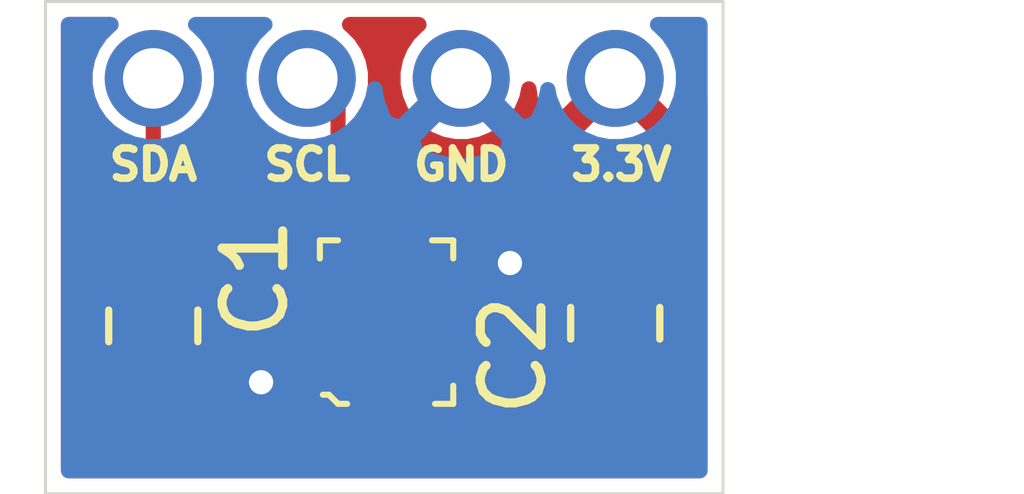
<source format=kicad_pcb>
(kicad_pcb (version 20171130) (host pcbnew "(5.1.8)-1")

  (general
    (thickness 1.6)
    (drawings 8)
    (tracks 32)
    (zones 0)
    (modules 4)
    (nets 5)
  )

  (page A4)
  (layers
    (0 F.Cu signal)
    (31 B.Cu signal)
    (32 B.Adhes user)
    (33 F.Adhes user)
    (34 B.Paste user)
    (35 F.Paste user)
    (36 B.SilkS user)
    (37 F.SilkS user)
    (38 B.Mask user)
    (39 F.Mask user)
    (40 Dwgs.User user)
    (41 Cmts.User user)
    (42 Eco1.User user)
    (43 Eco2.User user)
    (44 Edge.Cuts user)
    (45 Margin user)
    (46 B.CrtYd user)
    (47 F.CrtYd user)
    (48 B.Fab user)
    (49 F.Fab user)
  )

  (setup
    (last_trace_width 0.25)
    (trace_clearance 0.2)
    (zone_clearance 0.175)
    (zone_45_only no)
    (trace_min 0.2)
    (via_size 0.8)
    (via_drill 0.4)
    (via_min_size 0.4)
    (via_min_drill 0.3)
    (uvia_size 0.3)
    (uvia_drill 0.1)
    (uvias_allowed no)
    (uvia_min_size 0.2)
    (uvia_min_drill 0.1)
    (edge_width 0.05)
    (segment_width 0.2)
    (pcb_text_width 0.3)
    (pcb_text_size 1.5 1.5)
    (mod_edge_width 0.12)
    (mod_text_size 1 1)
    (mod_text_width 0.15)
    (pad_size 1.524 1.524)
    (pad_drill 0.762)
    (pad_to_mask_clearance 0)
    (aux_axis_origin 0 0)
    (visible_elements 7FFFFFFF)
    (pcbplotparams
      (layerselection 0x010fc_ffffffff)
      (usegerberextensions false)
      (usegerberattributes true)
      (usegerberadvancedattributes true)
      (creategerberjobfile true)
      (excludeedgelayer true)
      (linewidth 0.100000)
      (plotframeref false)
      (viasonmask false)
      (mode 1)
      (useauxorigin false)
      (hpglpennumber 1)
      (hpglpenspeed 20)
      (hpglpendiameter 15.000000)
      (psnegative false)
      (psa4output false)
      (plotreference true)
      (plotvalue true)
      (plotinvisibletext false)
      (padsonsilk false)
      (subtractmaskfromsilk false)
      (outputformat 1)
      (mirror false)
      (drillshape 0)
      (scaleselection 1)
      (outputdirectory "../../"))
  )

  (net 0 "")
  (net 1 GND)
  (net 2 +3V3)
  (net 3 /SDA)
  (net 4 /SCL)

  (net_class Default "This is the default net class."
    (clearance 0.2)
    (trace_width 0.25)
    (via_dia 0.8)
    (via_drill 0.4)
    (uvia_dia 0.3)
    (uvia_drill 0.1)
    (add_net +3V3)
    (add_net /SCL)
    (add_net /SDA)
    (add_net GND)
  )

  (module digikey-footprints:LGA-8_2x2.5mm_BMP280 (layer F.Cu) (tedit 5D2891ED) (tstamp 5FF4473C)
    (at 147.612 105.623 180)
    (path /5FF5B94F)
    (attr smd)
    (fp_text reference U1 (at 0.038 -2.073) (layer F.SilkS) hide
      (effects (font (size 1 1) (thickness 0.15)))
    )
    (fp_text value BMP280 (at 0 2.46) (layer F.Fab)
      (effects (font (size 1 1) (thickness 0.15)))
    )
    (fp_line (start -1 1.25) (end -1 -1.25) (layer F.Fab) (width 0.1))
    (fp_line (start 1 1.25) (end -1 1.25) (layer F.Fab) (width 0.1))
    (fp_line (start -1.1 -1.35) (end -0.8 -1.35) (layer F.SilkS) (width 0.1))
    (fp_line (start -1.1 -1.35) (end -1.1 -1.05) (layer F.SilkS) (width 0.1))
    (fp_line (start 1.1 1.35) (end 0.8 1.35) (layer F.SilkS) (width 0.1))
    (fp_line (start 1.1 1.35) (end 1.1 1.05) (layer F.SilkS) (width 0.1))
    (fp_line (start -1.1 1.35) (end -1.1 1.05) (layer F.SilkS) (width 0.1))
    (fp_line (start -1.1 1.35) (end -0.75 1.35) (layer F.SilkS) (width 0.1))
    (fp_line (start 1 -1) (end 0.75 -1.25) (layer F.Fab) (width 0.1))
    (fp_line (start 0.75 -1.25) (end -1 -1.25) (layer F.Fab) (width 0.1))
    (fp_line (start 1 -1) (end 1 1.25) (layer F.Fab) (width 0.1))
    (fp_line (start 0.95 -1.2) (end 1.05 -1.2) (layer F.SilkS) (width 0.1))
    (fp_line (start 0.8 -1.35) (end 0.95 -1.2) (layer F.SilkS) (width 0.1))
    (fp_line (start 0.65 -1.35) (end 0.8 -1.35) (layer F.SilkS) (width 0.1))
    (fp_line (start 1.25 -1.5) (end -1.25 -1.5) (layer F.CrtYd) (width 0.05))
    (fp_line (start 1.25 1.5) (end -1.25 1.5) (layer F.CrtYd) (width 0.05))
    (fp_line (start 1.25 -1.5) (end 1.25 1.5) (layer F.CrtYd) (width 0.05))
    (fp_line (start -1.25 1.5) (end -1.25 -1.5) (layer F.CrtYd) (width 0.05))
    (fp_text user %R (at 0 0) (layer F.Fab)
      (effects (font (size 0.4 0.4) (thickness 0.04)))
    )
    (pad 8 smd rect (at -0.8 -0.975 180) (size 0.5 0.35) (layers F.Cu F.Paste F.Mask)
      (net 2 +3V3))
    (pad 7 smd rect (at -0.8 -0.325 180) (size 0.5 0.35) (layers F.Cu F.Paste F.Mask)
      (net 1 GND))
    (pad 6 smd rect (at -0.8 0.325 180) (size 0.5 0.35) (layers F.Cu F.Paste F.Mask)
      (net 2 +3V3))
    (pad 5 smd rect (at -0.8 0.975 180) (size 0.5 0.35) (layers F.Cu F.Paste F.Mask)
      (net 1 GND))
    (pad 4 smd rect (at 0.8 0.975 180) (size 0.5 0.35) (layers F.Cu F.Paste F.Mask)
      (net 4 /SCL))
    (pad 3 smd rect (at 0.8 0.325 180) (size 0.5 0.35) (layers F.Cu F.Paste F.Mask)
      (net 3 /SDA))
    (pad 2 smd rect (at 0.8 -0.325 180) (size 0.5 0.35) (layers F.Cu F.Paste F.Mask)
      (net 2 +3V3))
    (pad 1 smd rect (at 0.8 -0.975 180) (size 0.5 0.35) (layers F.Cu F.Paste F.Mask)
      (net 1 GND))
  )

  (module DAD_BMP280_breakout:Baro_4pin_connector (layer F.Cu) (tedit 5FF3E5C5) (tstamp 5FF4471D)
    (at 151.384 101.6 180)
    (path /5FF93848)
    (fp_text reference J1 (at -3.429 -1.524) (layer F.SilkS) hide
      (effects (font (size 1 1) (thickness 0.15)))
    )
    (fp_text value Conn_01x04_Male (at 0 -5.08 180) (layer F.Fab)
      (effects (font (size 1 1) (thickness 0.15)))
    )
    (pad 1 thru_hole circle (at 0 0 180) (size 1.6 1.6) (drill 1) (layers *.Cu *.Mask)
      (net 2 +3V3))
    (pad 2 thru_hole circle (at 2.54 0 180) (size 1.6 1.6) (drill 1) (layers *.Cu *.Mask)
      (net 1 GND))
    (pad 3 thru_hole circle (at 5.08 0 180) (size 1.6 1.6) (drill 1) (layers *.Cu *.Mask)
      (net 4 /SCL))
    (pad 4 thru_hole circle (at 7.62 0 180) (size 1.6 1.6) (drill 1) (layers *.Cu *.Mask)
      (net 3 /SDA))
  )

  (module Capacitor_SMD:C_0805_2012Metric_Pad1.18x1.45mm_HandSolder (layer F.Cu) (tedit 5F68FEEF) (tstamp 5FF44FC4)
    (at 151.384 105.6425 90)
    (descr "Capacitor SMD 0805 (2012 Metric), square (rectangular) end terminal, IPC_7351 nominal with elongated pad for handsoldering. (Body size source: IPC-SM-782 page 76, https://www.pcb-3d.com/wordpress/wp-content/uploads/ipc-sm-782a_amendment_1_and_2.pdf, https://docs.google.com/spreadsheets/d/1BsfQQcO9C6DZCsRaXUlFlo91Tg2WpOkGARC1WS5S8t0/edit?usp=sharing), generated with kicad-footprint-generator")
    (tags "capacitor handsolder")
    (path /5FF6A6C3)
    (attr smd)
    (fp_text reference C2 (at -0.5295 -1.68 90) (layer F.SilkS)
      (effects (font (size 1 1) (thickness 0.15)))
    )
    (fp_text value 100nF (at 0 1.68 90) (layer F.Fab)
      (effects (font (size 1 1) (thickness 0.15)))
    )
    (fp_line (start 1.88 0.98) (end -1.88 0.98) (layer F.CrtYd) (width 0.05))
    (fp_line (start 1.88 -0.98) (end 1.88 0.98) (layer F.CrtYd) (width 0.05))
    (fp_line (start -1.88 -0.98) (end 1.88 -0.98) (layer F.CrtYd) (width 0.05))
    (fp_line (start -1.88 0.98) (end -1.88 -0.98) (layer F.CrtYd) (width 0.05))
    (fp_line (start -0.261252 0.735) (end 0.261252 0.735) (layer F.SilkS) (width 0.12))
    (fp_line (start -0.261252 -0.735) (end 0.261252 -0.735) (layer F.SilkS) (width 0.12))
    (fp_line (start 1 0.625) (end -1 0.625) (layer F.Fab) (width 0.1))
    (fp_line (start 1 -0.625) (end 1 0.625) (layer F.Fab) (width 0.1))
    (fp_line (start -1 -0.625) (end 1 -0.625) (layer F.Fab) (width 0.1))
    (fp_line (start -1 0.625) (end -1 -0.625) (layer F.Fab) (width 0.1))
    (fp_text user %R (at 0 0 90) (layer F.Fab)
      (effects (font (size 0.5 0.5) (thickness 0.08)))
    )
    (pad 2 smd roundrect (at 1.0375 0 90) (size 1.175 1.45) (layers F.Cu F.Paste F.Mask) (roundrect_rratio 0.2127659574468085)
      (net 1 GND))
    (pad 1 smd roundrect (at -1.0375 0 90) (size 1.175 1.45) (layers F.Cu F.Paste F.Mask) (roundrect_rratio 0.2127659574468085)
      (net 2 +3V3))
    (model ${KISYS3DMOD}/Capacitor_SMD.3dshapes/C_0805_2012Metric.wrl
      (at (xyz 0 0 0))
      (scale (xyz 1 1 1))
      (rotate (xyz 0 0 0))
    )
  )

  (module Capacitor_SMD:C_0805_2012Metric_Pad1.18x1.45mm_HandSolder (layer F.Cu) (tedit 5F68FEEF) (tstamp 5FF44704)
    (at 143.764 105.6855 270)
    (descr "Capacitor SMD 0805 (2012 Metric), square (rectangular) end terminal, IPC_7351 nominal with elongated pad for handsoldering. (Body size source: IPC-SM-782 page 76, https://www.pcb-3d.com/wordpress/wp-content/uploads/ipc-sm-782a_amendment_1_and_2.pdf, https://docs.google.com/spreadsheets/d/1BsfQQcO9C6DZCsRaXUlFlo91Tg2WpOkGARC1WS5S8t0/edit?usp=sharing), generated with kicad-footprint-generator")
    (tags "capacitor handsolder")
    (path /5FF67BD7)
    (attr smd)
    (fp_text reference C1 (at -0.7835 -1.68 90) (layer F.SilkS)
      (effects (font (size 1 1) (thickness 0.15)))
    )
    (fp_text value 100nF (at 0 1.68 90) (layer F.Fab)
      (effects (font (size 1 1) (thickness 0.15)))
    )
    (fp_line (start 1.88 0.98) (end -1.88 0.98) (layer F.CrtYd) (width 0.05))
    (fp_line (start 1.88 -0.98) (end 1.88 0.98) (layer F.CrtYd) (width 0.05))
    (fp_line (start -1.88 -0.98) (end 1.88 -0.98) (layer F.CrtYd) (width 0.05))
    (fp_line (start -1.88 0.98) (end -1.88 -0.98) (layer F.CrtYd) (width 0.05))
    (fp_line (start -0.261252 0.735) (end 0.261252 0.735) (layer F.SilkS) (width 0.12))
    (fp_line (start -0.261252 -0.735) (end 0.261252 -0.735) (layer F.SilkS) (width 0.12))
    (fp_line (start 1 0.625) (end -1 0.625) (layer F.Fab) (width 0.1))
    (fp_line (start 1 -0.625) (end 1 0.625) (layer F.Fab) (width 0.1))
    (fp_line (start -1 -0.625) (end 1 -0.625) (layer F.Fab) (width 0.1))
    (fp_line (start -1 0.625) (end -1 -0.625) (layer F.Fab) (width 0.1))
    (fp_text user %R (at 0 0 90) (layer F.Fab)
      (effects (font (size 0.5 0.5) (thickness 0.08)))
    )
    (pad 2 smd roundrect (at 1.0375 0 270) (size 1.175 1.45) (layers F.Cu F.Paste F.Mask) (roundrect_rratio 0.2127659574468085)
      (net 1 GND))
    (pad 1 smd roundrect (at -1.0375 0 270) (size 1.175 1.45) (layers F.Cu F.Paste F.Mask) (roundrect_rratio 0.2127659574468085)
      (net 2 +3V3))
    (model ${KISYS3DMOD}/Capacitor_SMD.3dshapes/C_0805_2012Metric.wrl
      (at (xyz 0 0 0))
      (scale (xyz 1 1 1))
      (rotate (xyz 0 0 0))
    )
  )

  (gr_text SDA (at 143.764 103.0224) (layer F.SilkS)
    (effects (font (size 0.5 0.5) (thickness 0.125)))
  )
  (gr_text SCL (at 146.304 103.0224) (layer F.SilkS)
    (effects (font (size 0.5 0.5) (thickness 0.125)))
  )
  (gr_text GND (at 148.844 103.0224) (layer F.SilkS)
    (effects (font (size 0.5 0.5) (thickness 0.125)))
  )
  (gr_text 3.3V (at 151.4856 103.0224) (layer F.SilkS)
    (effects (font (size 0.5 0.5) (thickness 0.125)))
  )
  (gr_line (start 141.986 100.33) (end 153.162 100.33) (layer Edge.Cuts) (width 0.05) (tstamp 5FF453C5))
  (gr_line (start 141.986 108.458) (end 141.986 100.33) (layer Edge.Cuts) (width 0.05))
  (gr_line (start 153.162 108.458) (end 141.986 108.458) (layer Edge.Cuts) (width 0.05))
  (gr_line (start 153.162 100.33) (end 153.162 108.458) (layer Edge.Cuts) (width 0.05))

  (via (at 145.542 106.6165) (size 0.8) (drill 0.4) (layers F.Cu B.Cu) (net 1))
  (segment (start 145.5605 106.598) (end 145.542 106.6165) (width 0.25) (layer F.Cu) (net 1))
  (segment (start 146.812 106.598) (end 145.5605 106.598) (width 0.25) (layer F.Cu) (net 1))
  (segment (start 145.4355 106.723) (end 145.542 106.6165) (width 0.25) (layer F.Cu) (net 1))
  (segment (start 143.764 106.723) (end 145.4355 106.723) (width 0.25) (layer F.Cu) (net 1))
  (via (at 149.647648 104.648) (size 0.8) (drill 0.4) (layers F.Cu B.Cu) (net 1))
  (segment (start 149.762643 104.605) (end 149.647648 104.719995) (width 0.25) (layer F.Cu) (net 1))
  (segment (start 151.384 104.605) (end 149.762643 104.605) (width 0.25) (layer F.Cu) (net 1))
  (segment (start 149.575653 104.648) (end 149.647648 104.719995) (width 0.25) (layer F.Cu) (net 1))
  (segment (start 148.412 104.648) (end 149.575653 104.648) (width 0.25) (layer F.Cu) (net 1))
  (segment (start 149.66001 104.732357) (end 149.647648 104.719995) (width 0.25) (layer F.Cu) (net 1))
  (segment (start 149.66001 105.4844) (end 149.66001 104.732357) (width 0.25) (layer F.Cu) (net 1))
  (segment (start 149.19641 105.948) (end 149.66001 105.4844) (width 0.25) (layer F.Cu) (net 1))
  (segment (start 148.412 105.948) (end 149.19641 105.948) (width 0.25) (layer F.Cu) (net 1))
  (segment (start 146.812 105.948) (end 146.08 105.948) (width 0.25) (layer F.Cu) (net 2))
  (segment (start 147.172002 105.948) (end 146.812 105.948) (width 0.25) (layer F.Cu) (net 2))
  (segment (start 147.822002 105.298) (end 147.172002 105.948) (width 0.25) (layer F.Cu) (net 2))
  (segment (start 148.412 105.298) (end 147.822002 105.298) (width 0.25) (layer F.Cu) (net 2))
  (segment (start 146.08 105.948) (end 145.669 105.537) (width 0.25) (layer F.Cu) (net 2))
  (segment (start 147.836999 105.373001) (end 147.836999 106.371499) (width 0.25) (layer F.Cu) (net 2))
  (segment (start 147.912 105.298) (end 147.836999 105.373001) (width 0.25) (layer F.Cu) (net 2))
  (segment (start 148.412 105.298) (end 147.912 105.298) (width 0.25) (layer F.Cu) (net 2))
  (segment (start 147.836999 106.371499) (end 148.336 106.8705) (width 0.25) (layer F.Cu) (net 2))
  (segment (start 148.412 106.7945) (end 148.336 106.8705) (width 0.25) (layer F.Cu) (net 2))
  (segment (start 148.412 106.598) (end 148.412 106.7945) (width 0.25) (layer F.Cu) (net 2))
  (segment (start 144.653 105.537) (end 143.764 104.648) (width 0.25) (layer F.Cu) (net 2))
  (segment (start 145.669 105.537) (end 144.653 105.537) (width 0.25) (layer F.Cu) (net 2))
  (segment (start 143.764 102.75) (end 143.764 101.6) (width 0.25) (layer F.Cu) (net 3))
  (segment (start 146.312 105.298) (end 143.764 102.75) (width 0.25) (layer F.Cu) (net 3))
  (segment (start 146.812 105.298) (end 146.312 105.298) (width 0.25) (layer F.Cu) (net 3))
  (segment (start 146.812 102.108) (end 146.304 101.6) (width 0.25) (layer F.Cu) (net 4))
  (segment (start 146.812 104.648) (end 146.812 102.108) (width 0.25) (layer F.Cu) (net 4))

  (zone (net 2) (net_name +3V3) (layer F.Cu) (tstamp 5FF4563E) (hatch edge 0.508)
    (connect_pads (clearance 0.175))
    (min_thickness 0.254)
    (fill yes (arc_segments 32) (thermal_gap 0.508) (thermal_bridge_width 0.508))
    (polygon
      (pts
        (xy 152.908 108.204) (xy 142.24 108.204) (xy 142.24 100.584) (xy 152.908 100.584)
      )
    )
    (filled_polygon
      (pts
        (xy 143.045579 100.724602) (xy 142.888602 100.881579) (xy 142.765266 101.066165) (xy 142.68031 101.271266) (xy 142.637 101.489)
        (xy 142.637 101.711) (xy 142.68031 101.928734) (xy 142.765266 102.133835) (xy 142.888602 102.318421) (xy 143.045579 102.475398)
        (xy 143.230165 102.598734) (xy 143.312 102.632631) (xy 143.312 102.727795) (xy 143.309813 102.75) (xy 143.312 102.772204)
        (xy 143.31854 102.838606) (xy 143.344386 102.923809) (xy 143.386357 103.002332) (xy 143.442841 103.071159) (xy 143.4601 103.085323)
        (xy 143.925013 103.550237) (xy 143.891 103.58425) (xy 143.891 104.521) (xy 143.911 104.521) (xy 143.911 104.775)
        (xy 143.891 104.775) (xy 143.891 104.795) (xy 143.637 104.795) (xy 143.637 104.775) (xy 142.56275 104.775)
        (xy 142.404 104.93375) (xy 142.400928 105.2355) (xy 142.413188 105.359982) (xy 142.449498 105.47968) (xy 142.508463 105.589994)
        (xy 142.587815 105.686685) (xy 142.684506 105.766037) (xy 142.79482 105.825002) (xy 142.914518 105.861312) (xy 143.027417 105.872431)
        (xy 142.967557 105.904427) (xy 142.879881 105.976381) (xy 142.807927 106.064057) (xy 142.75446 106.164086) (xy 142.721535 106.272624)
        (xy 142.710418 106.3855) (xy 142.710418 107.0605) (xy 142.721535 107.173376) (xy 142.75446 107.281914) (xy 142.807927 107.381943)
        (xy 142.879881 107.469619) (xy 142.967557 107.541573) (xy 143.067586 107.59504) (xy 143.176124 107.627965) (xy 143.289 107.639082)
        (xy 144.239 107.639082) (xy 144.351876 107.627965) (xy 144.460414 107.59504) (xy 144.560443 107.541573) (xy 144.648119 107.469619)
        (xy 144.720073 107.381943) (xy 144.77354 107.281914) (xy 144.805972 107.175) (xy 145.072366 107.175) (xy 145.078564 107.181198)
        (xy 145.197636 107.260759) (xy 145.329942 107.315562) (xy 145.470397 107.3435) (xy 145.613603 107.3435) (xy 145.754058 107.315562)
        (xy 145.886364 107.260759) (xy 146.005436 107.181198) (xy 146.106698 107.079936) (xy 146.126701 107.05) (xy 146.386548 107.05)
        (xy 146.436257 107.07657) (xy 146.497897 107.095268) (xy 146.562 107.101582) (xy 147.062 107.101582) (xy 147.126103 107.095268)
        (xy 147.187743 107.07657) (xy 147.24455 107.046206) (xy 147.294343 107.005343) (xy 147.335206 106.95555) (xy 147.36557 106.898743)
        (xy 147.384268 106.837103) (xy 147.387454 106.80475) (xy 147.527 106.80475) (xy 147.539914 106.914932) (xy 147.579557 107.033568)
        (xy 147.641583 107.14219) (xy 147.723608 107.236625) (xy 147.82248 107.313243) (xy 147.9344 107.369099) (xy 148.055066 107.402048)
        (xy 148.13025 107.408) (xy 148.289 107.24925) (xy 148.289 106.646) (xy 148.535 106.646) (xy 148.535 107.24925)
        (xy 148.69375 107.408) (xy 148.768934 107.402048) (xy 148.8896 107.369099) (xy 149.00152 107.313243) (xy 149.060549 107.2675)
        (xy 150.020928 107.2675) (xy 150.033188 107.391982) (xy 150.069498 107.51168) (xy 150.128463 107.621994) (xy 150.207815 107.718685)
        (xy 150.304506 107.798037) (xy 150.41482 107.857002) (xy 150.534518 107.893312) (xy 150.659 107.905572) (xy 151.09825 107.9025)
        (xy 151.257 107.74375) (xy 151.257 106.807) (xy 151.511 106.807) (xy 151.511 107.74375) (xy 151.66975 107.9025)
        (xy 152.109 107.905572) (xy 152.233482 107.893312) (xy 152.35318 107.857002) (xy 152.463494 107.798037) (xy 152.560185 107.718685)
        (xy 152.639537 107.621994) (xy 152.698502 107.51168) (xy 152.734812 107.391982) (xy 152.747072 107.2675) (xy 152.744 106.96575)
        (xy 152.58525 106.807) (xy 151.511 106.807) (xy 151.257 106.807) (xy 150.18275 106.807) (xy 150.024 106.96575)
        (xy 150.020928 107.2675) (xy 149.060549 107.2675) (xy 149.100392 107.236625) (xy 149.182417 107.14219) (xy 149.244443 107.033568)
        (xy 149.284086 106.914932) (xy 149.297 106.80475) (xy 149.13825 106.646) (xy 148.535 106.646) (xy 148.289 106.646)
        (xy 147.68575 106.646) (xy 147.527 106.80475) (xy 147.387454 106.80475) (xy 147.390582 106.773) (xy 147.390582 106.668702)
        (xy 147.40152 106.663243) (xy 147.500392 106.586625) (xy 147.582417 106.49219) (xy 147.598963 106.463213) (xy 147.68575 106.55)
        (xy 148.289 106.55) (xy 148.289 106.451582) (xy 148.535 106.451582) (xy 148.535 106.55) (xy 149.13825 106.55)
        (xy 149.297 106.39125) (xy 149.296839 106.389874) (xy 149.37022 106.367614) (xy 149.448743 106.325643) (xy 149.517569 106.269159)
        (xy 149.531733 106.2519) (xy 149.963921 105.819714) (xy 149.981169 105.805559) (xy 150.037653 105.736733) (xy 150.079624 105.65821)
        (xy 150.10547 105.573007) (xy 150.11201 105.506605) (xy 150.11201 105.506604) (xy 150.114197 105.484401) (xy 150.11201 105.462196)
        (xy 150.11201 105.211772) (xy 150.212346 105.111436) (xy 150.248719 105.057) (xy 150.342028 105.057) (xy 150.37446 105.163914)
        (xy 150.427927 105.263943) (xy 150.499881 105.351619) (xy 150.587557 105.423573) (xy 150.647417 105.455569) (xy 150.534518 105.466688)
        (xy 150.41482 105.502998) (xy 150.304506 105.561963) (xy 150.207815 105.641315) (xy 150.128463 105.738006) (xy 150.069498 105.84832)
        (xy 150.033188 105.968018) (xy 150.020928 106.0925) (xy 150.024 106.39425) (xy 150.18275 106.553) (xy 151.257 106.553)
        (xy 151.257 106.533) (xy 151.511 106.533) (xy 151.511 106.553) (xy 152.58525 106.553) (xy 152.744 106.39425)
        (xy 152.747072 106.0925) (xy 152.734812 105.968018) (xy 152.698502 105.84832) (xy 152.639537 105.738006) (xy 152.560185 105.641315)
        (xy 152.463494 105.561963) (xy 152.35318 105.502998) (xy 152.233482 105.466688) (xy 152.120583 105.455569) (xy 152.180443 105.423573)
        (xy 152.268119 105.351619) (xy 152.340073 105.263943) (xy 152.39354 105.163914) (xy 152.426465 105.055376) (xy 152.437582 104.9425)
        (xy 152.437582 104.2675) (xy 152.426465 104.154624) (xy 152.39354 104.046086) (xy 152.340073 103.946057) (xy 152.268119 103.858381)
        (xy 152.180443 103.786427) (xy 152.080414 103.73296) (xy 151.971876 103.700035) (xy 151.859 103.688918) (xy 150.909 103.688918)
        (xy 150.796124 103.700035) (xy 150.687586 103.73296) (xy 150.587557 103.786427) (xy 150.499881 103.858381) (xy 150.427927 103.946057)
        (xy 150.37446 104.046086) (xy 150.342028 104.153) (xy 150.180782 104.153) (xy 150.111084 104.083302) (xy 149.992012 104.003741)
        (xy 149.859706 103.948938) (xy 149.719251 103.921) (xy 149.576045 103.921) (xy 149.43559 103.948938) (xy 149.303284 104.003741)
        (xy 149.184212 104.083302) (xy 149.08295 104.184564) (xy 149.075309 104.196) (xy 148.837452 104.196) (xy 148.787743 104.16943)
        (xy 148.726103 104.150732) (xy 148.662 104.144418) (xy 148.162 104.144418) (xy 148.097897 104.150732) (xy 148.036257 104.16943)
        (xy 147.97945 104.199794) (xy 147.929657 104.240657) (xy 147.888794 104.29045) (xy 147.85843 104.347257) (xy 147.839732 104.408897)
        (xy 147.833418 104.473) (xy 147.833418 104.577298) (xy 147.82248 104.582757) (xy 147.723608 104.659375) (xy 147.641583 104.75381)
        (xy 147.579557 104.862432) (xy 147.539914 104.981068) (xy 147.527 105.09125) (xy 147.68575 105.25) (xy 148.289 105.25)
        (xy 148.289 105.151582) (xy 148.535 105.151582) (xy 148.535 105.25) (xy 148.559 105.25) (xy 148.559 105.346)
        (xy 148.535 105.346) (xy 148.535 105.444418) (xy 148.289 105.444418) (xy 148.289 105.346) (xy 147.68575 105.346)
        (xy 147.598963 105.432787) (xy 147.582417 105.40381) (xy 147.500392 105.309375) (xy 147.40152 105.232757) (xy 147.390582 105.227298)
        (xy 147.390582 105.123) (xy 147.384268 105.058897) (xy 147.36557 104.997257) (xy 147.352604 104.973) (xy 147.36557 104.948743)
        (xy 147.384268 104.887103) (xy 147.390582 104.823) (xy 147.390582 104.473) (xy 147.384268 104.408897) (xy 147.36557 104.347257)
        (xy 147.335206 104.29045) (xy 147.294343 104.240657) (xy 147.264 104.215756) (xy 147.264 102.191805) (xy 147.302734 102.133835)
        (xy 147.38769 101.928734) (xy 147.431 101.711) (xy 147.431 101.489) (xy 147.38769 101.271266) (xy 147.302734 101.066165)
        (xy 147.179398 100.881579) (xy 147.022421 100.724602) (xy 147.002064 100.711) (xy 148.145936 100.711) (xy 148.125579 100.724602)
        (xy 147.968602 100.881579) (xy 147.845266 101.066165) (xy 147.76031 101.271266) (xy 147.717 101.489) (xy 147.717 101.711)
        (xy 147.76031 101.928734) (xy 147.845266 102.133835) (xy 147.968602 102.318421) (xy 148.125579 102.475398) (xy 148.310165 102.598734)
        (xy 148.515266 102.68369) (xy 148.733 102.727) (xy 148.955 102.727) (xy 149.172734 102.68369) (xy 149.377835 102.598734)
        (xy 149.386862 102.592702) (xy 150.570903 102.592702) (xy 150.642486 102.836671) (xy 150.897996 102.957571) (xy 151.172184 103.0263)
        (xy 151.454512 103.040217) (xy 151.73413 102.998787) (xy 152.000292 102.903603) (xy 152.125514 102.836671) (xy 152.197097 102.592702)
        (xy 151.384 101.779605) (xy 150.570903 102.592702) (xy 149.386862 102.592702) (xy 149.562421 102.475398) (xy 149.719398 102.318421)
        (xy 149.842734 102.133835) (xy 149.92769 101.928734) (xy 149.95884 101.772133) (xy 149.985213 101.95013) (xy 150.080397 102.216292)
        (xy 150.147329 102.341514) (xy 150.391298 102.413097) (xy 151.204395 101.6) (xy 151.190253 101.585858) (xy 151.369858 101.406253)
        (xy 151.384 101.420395) (xy 151.398143 101.406253) (xy 151.577748 101.585858) (xy 151.563605 101.6) (xy 152.376702 102.413097)
        (xy 152.620671 102.341514) (xy 152.741571 102.086004) (xy 152.781 101.928706) (xy 152.781 108.077) (xy 142.367 108.077)
        (xy 142.367 104.0605) (xy 142.400928 104.0605) (xy 142.404 104.36225) (xy 142.56275 104.521) (xy 143.637 104.521)
        (xy 143.637 103.58425) (xy 143.47825 103.4255) (xy 143.039 103.422428) (xy 142.914518 103.434688) (xy 142.79482 103.470998)
        (xy 142.684506 103.529963) (xy 142.587815 103.609315) (xy 142.508463 103.706006) (xy 142.449498 103.81632) (xy 142.413188 103.936018)
        (xy 142.400928 104.0605) (xy 142.367 104.0605) (xy 142.367 100.711) (xy 143.065936 100.711)
      )
    )
    (filled_polygon
      (pts
        (xy 145.956427 105.581652) (xy 145.939914 105.631068) (xy 145.927 105.74125) (xy 146.08575 105.9) (xy 146.689 105.9)
        (xy 146.689 105.801582) (xy 146.935 105.801582) (xy 146.935 105.9) (xy 147.53825 105.9) (xy 147.625037 105.813213)
        (xy 147.641583 105.84219) (xy 147.723608 105.936625) (xy 147.738287 105.948) (xy 147.723608 105.959375) (xy 147.641583 106.05381)
        (xy 147.625037 106.082787) (xy 147.53825 105.996) (xy 146.935 105.996) (xy 146.935 106.094418) (xy 146.689 106.094418)
        (xy 146.689 105.996) (xy 146.08575 105.996) (xy 146.017692 106.064058) (xy 146.005436 106.051802) (xy 145.886364 105.972241)
        (xy 145.754058 105.917438) (xy 145.613603 105.8895) (xy 145.470397 105.8895) (xy 145.329942 105.917438) (xy 145.197636 105.972241)
        (xy 145.078564 106.051802) (xy 144.977302 106.153064) (xy 144.8985 106.271) (xy 144.805972 106.271) (xy 144.77354 106.164086)
        (xy 144.720073 106.064057) (xy 144.648119 105.976381) (xy 144.560443 105.904427) (xy 144.500583 105.872431) (xy 144.613482 105.861312)
        (xy 144.73318 105.825002) (xy 144.843494 105.766037) (xy 144.940185 105.686685) (xy 145.019537 105.589994) (xy 145.078502 105.47968)
        (xy 145.114812 105.359982) (xy 145.127072 105.2355) (xy 145.124 104.93375) (xy 144.965252 104.775002) (xy 145.124 104.775002)
        (xy 145.124 104.749224)
      )
    )
  )
  (zone (net 1) (net_name GND) (layer B.Cu) (tstamp 5FF4563B) (hatch edge 0.508)
    (connect_pads (clearance 0.175))
    (min_thickness 0.254)
    (fill yes (arc_segments 32) (thermal_gap 0.508) (thermal_bridge_width 0.508))
    (polygon
      (pts
        (xy 152.908 108.204) (xy 142.24 108.204) (xy 142.24 100.584) (xy 152.908 100.584)
      )
    )
    (filled_polygon
      (pts
        (xy 143.045579 100.724602) (xy 142.888602 100.881579) (xy 142.765266 101.066165) (xy 142.68031 101.271266) (xy 142.637 101.489)
        (xy 142.637 101.711) (xy 142.68031 101.928734) (xy 142.765266 102.133835) (xy 142.888602 102.318421) (xy 143.045579 102.475398)
        (xy 143.230165 102.598734) (xy 143.435266 102.68369) (xy 143.653 102.727) (xy 143.875 102.727) (xy 144.092734 102.68369)
        (xy 144.297835 102.598734) (xy 144.482421 102.475398) (xy 144.639398 102.318421) (xy 144.762734 102.133835) (xy 144.84769 101.928734)
        (xy 144.891 101.711) (xy 144.891 101.489) (xy 144.84769 101.271266) (xy 144.762734 101.066165) (xy 144.639398 100.881579)
        (xy 144.482421 100.724602) (xy 144.462064 100.711) (xy 145.605936 100.711) (xy 145.585579 100.724602) (xy 145.428602 100.881579)
        (xy 145.305266 101.066165) (xy 145.22031 101.271266) (xy 145.177 101.489) (xy 145.177 101.711) (xy 145.22031 101.928734)
        (xy 145.305266 102.133835) (xy 145.428602 102.318421) (xy 145.585579 102.475398) (xy 145.770165 102.598734) (xy 145.975266 102.68369)
        (xy 146.193 102.727) (xy 146.415 102.727) (xy 146.632734 102.68369) (xy 146.837835 102.598734) (xy 146.846862 102.592702)
        (xy 148.030903 102.592702) (xy 148.102486 102.836671) (xy 148.357996 102.957571) (xy 148.632184 103.0263) (xy 148.914512 103.040217)
        (xy 149.19413 102.998787) (xy 149.460292 102.903603) (xy 149.585514 102.836671) (xy 149.657097 102.592702) (xy 148.844 101.779605)
        (xy 148.030903 102.592702) (xy 146.846862 102.592702) (xy 147.022421 102.475398) (xy 147.179398 102.318421) (xy 147.302734 102.133835)
        (xy 147.38769 101.928734) (xy 147.41884 101.772133) (xy 147.445213 101.95013) (xy 147.540397 102.216292) (xy 147.607329 102.341514)
        (xy 147.851298 102.413097) (xy 148.664395 101.6) (xy 148.650253 101.585858) (xy 148.829858 101.406253) (xy 148.844 101.420395)
        (xy 148.858143 101.406253) (xy 149.037748 101.585858) (xy 149.023605 101.6) (xy 149.836702 102.413097) (xy 150.080671 102.341514)
        (xy 150.201571 102.086004) (xy 150.2703 101.811816) (xy 150.271641 101.784607) (xy 150.30031 101.928734) (xy 150.385266 102.133835)
        (xy 150.508602 102.318421) (xy 150.665579 102.475398) (xy 150.850165 102.598734) (xy 151.055266 102.68369) (xy 151.273 102.727)
        (xy 151.495 102.727) (xy 151.712734 102.68369) (xy 151.917835 102.598734) (xy 152.102421 102.475398) (xy 152.259398 102.318421)
        (xy 152.382734 102.133835) (xy 152.46769 101.928734) (xy 152.511 101.711) (xy 152.511 101.489) (xy 152.46769 101.271266)
        (xy 152.382734 101.066165) (xy 152.259398 100.881579) (xy 152.102421 100.724602) (xy 152.082064 100.711) (xy 152.781 100.711)
        (xy 152.781 108.077) (xy 142.367 108.077) (xy 142.367 100.711) (xy 143.065936 100.711)
      )
    )
  )
)

</source>
